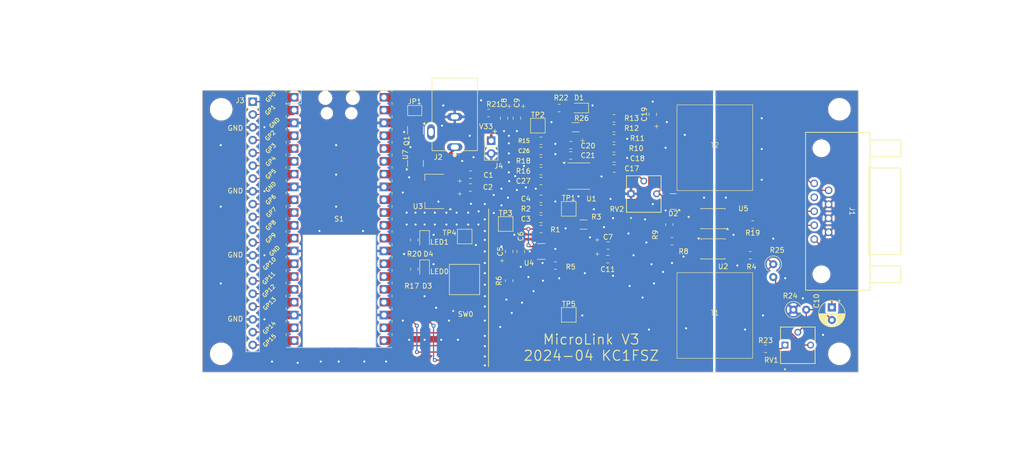
<source format=kicad_pcb>
(kicad_pcb (version 20240108) (generator "pcbnew") (generator_version "8.0")
  (title_block (title "MicroLink ") (date "2024-04-17") (rev "V3 R1") (company "Bruce MacKinnon KC1FSZ") (comment 1 "Copyright (C) 2024 - NOT FOR COMMERCIAL USE"))
  (layers (0 "F.Cu" signal) (31 "B.Cu" signal) (34 "B.Paste" user) (35 "F.Paste" user) (36 "B.SilkS" user "B.Silkscreen") (37 "F.SilkS" user "F.Silkscreen") (38 "B.Mask" user) (39 "F.Mask" user) (44 "Edge.Cuts" user))
  (net 0 "")
  (net 1 "+3.3VA")
  (net 2 "GNDA")
  (net 3 "Net-(C3-Pad1)")
  (net 4 "Net-(U1B--)")
  (net 5 "Net-(T1-SA)")
  (net 6 "Net-(C17-Pad1)")
  (net 7 "Net-(U1B-+)")
  (net 8 "Net-(C19-Pad1)")
  (net 9 "+5VA")
  (net 10 "/Audio Input/Vbias")
  (net 11 "Net-(C26-Pad1)")
  (net 12 "Net-(U1D--)")
  (net 13 "Net-(R13-Pad2)")
  (net 14 "Net-(U1A--)")
  (net 15 "Net-(D1-A)")
  (net 16 "RIG_GND")
  (net 17 "RIG_AF_IN")
  (net 18 "RIG_PTT")
  (net 19 "RIG_COS")
  (net 20 "SW0")
  (net 21 "Net-(U1C--)")
  (net 22 "GPIO_COS")
  (net 23 "GPIO_PTT")
  (net 24 "ADC0")
  (net 25 "Net-(J3-Pin_1)")
  (net 26 "Net-(U4-VOUT)")
  (net 27 "Net-(U1A-+)")
  (net 28 "Net-(R8-Pad2)")
  (net 29 "Net-(D3-A)")
  (net 30 "Net-(D4-A)")
  (net 31 "Net-(T1-AA)")
  (net 32 "Net-(D2-COM)")
  (net 33 "Net-(C10-Pad2)")
  (net 34 "RIG_AF_OUT+")
  (net 35 "RIG_AF_OUT-")
  (net 36 "Net-(S1-ADC_VREF)")
  (net 37 "LED0")
  (net 38 "Net-(R19-Pad2)")
  (net 39 "LED1")
  (net 40 "Net-(J3-Pin_2)")
  (net 41 "Net-(J3-Pin_4)")
  (net 42 "Net-(J3-Pin_5)")
  (net 43 "Net-(J3-Pin_6)")
  (net 44 "Net-(J3-Pin_7)")
  (net 45 "Net-(J3-Pin_9)")
  (net 46 "Net-(J3-Pin_10)")
  (net 47 "Net-(J3-Pin_11)")
  (net 48 "Net-(J3-Pin_12)")
  (net 49 "Net-(J3-Pin_14)")
  (net 50 "Net-(J3-Pin_15)")
  (net 51 "Net-(J3-Pin_16)")
  (net 52 "Net-(J3-Pin_17)")
  (net 53 "Net-(J3-Pin_19)")
  (net 54 "Net-(J3-Pin_20)")
  (net 55 "I2C0_SDA")
  (net 56 "I2C0_SCL")
  (net 58 "Net-(JP1-B)")
  (net 59 "Net-(Q1-G)")
  (net 60 "+3.3V")
  (net 61 "Net-(JP1-A)")
  (net 62 "Net-(R23-Pad2)")
  (net 63 "Net-(R25-Pad2)")
  (net 64 "Net-(C11-Pad1)")
  (net 66 "Net-(R15-Pad2)")
  (footprint "TestPoint:TestPoint_Pad_2.5x2.5mm" (layer "F.Cu") (at 153 51)
    (property "Reference" "TP2")
    (property "Value" "TestPoint")
  )
  (footprint "Package_TO_SOT_SMD:SOT-23" (layer "F.Cu") (at 179.828 66.04 180)
    (property "Reference" "D2")
    (property "Value" "BAT54S")
  )
  (footprint "bruce-footprints:CPOL_0805_2012Metric_Pad1.18x1.45mm_HandSolder" (layer "F.Cu") (at 139.636 63.25)
    (property "Reference" "C2")
    (property "Value" "10u")
  )
  (footprint "Resistor_SMD:R_0805_2012Metric_Pad1.20x1.40mm_HandSolder" (layer "F.Cu") (at 143.252 48.4925)
    (property "Reference" "R21")
    (property "Value" "4.7")
  )
  (footprint "Resistor_SMD:R_0805_2012Metric_Pad1.20x1.40mm_HandSolder" (layer "F.Cu") (at 147.316 81.75 -90)
    (property "Reference" "R6")
    (property "Value" "10k")
  )
  (footprint "Resistor_SMD:R_0805_2012Metric_Pad1.20x1.40mm_HandSolder" (layer "F.Cu") (at 153.614 60)
    (property "Reference" "R16")
    (property "Value" "2.7k")
  )
  (footprint "Jumper:SolderJumper-2_P1.3mm_Bridged_Pad1.0x1.5mm" (layer "F.Cu") (at 128.6 48)
    (property "Reference" "JP1")
    (property "Value" "SolderJumper_2_Bridged")
  )
  (footprint "bruce-footprints:CPOL_0805_2012Metric_Pad1.18x1.45mm_HandSolder" (layer "F.Cu") (at 139.636 60.71)
    (property "Reference" "C1")
    (property "Value" "10u")
  )
  (footprint "bruce-footprints:CPOL_0805_2012Metric_Pad1.18x1.45mm_HandSolder" (layer "F.Cu") (at 148.84 49.5085 -90)
    (property "Reference" "C9")
    (property "Value" "47u")
  )
  (footprint "Capacitor_THT:CP_Radial_D5.0mm_P2.50mm" (layer "F.Cu") (at 211.25 87.044888 -90)
    (property "Reference" "C10")
    (property "Value" "47u (Optional DC Block)")
  )
  (footprint "Resistor_SMD:R_0805_2012Metric_Pad1.20x1.40mm_HandSolder" (layer "F.Cu") (at 179.574 73.914)
    (property "Reference" "R8")
    (property "Value" "200")
  )
  (footprint "TestPoint:TestPoint_Pad_2.5x2.5mm" (layer "F.Cu") (at 138.5 73)
    (property "Reference" "TP4")
    (property "Value" "TestPoint")
  )
  (footprint "bruce-footprints:CONN_A-DF 09 A&slash_KG-T2S_ASM" (layer "F.Cu") (at 218.67665 67.98 -90)
    (property "Reference" "J1")
    (property "Value" "DE9_Receptacle")
  )
  (footprint "Resistor_SMD:R_0805_2012Metric_Pad1.20x1.40mm_HandSolder" (layer "F.Cu") (at 128.52 73.66 -90)
    (property "Reference" "R20")
    (property "Value" "220")
  )
  (footprint "Resistor_SMD:R_0805_2012Metric_Pad1.20x1.40mm_HandSolder" (layer "F.Cu") (at 156.5 78.75 180)
    (property "Reference" "R5")
    (property "Value" "10k")
  )
  (footprint "Resistor_SMD:R_1206_3216Metric_Pad1.30x1.75mm_HandSolder" (layer "F.Cu") (at 162.022 70.612)
    (property "Reference" "R3")
    (property "Value" "0R")
  )
  (footprint "Resistor_SMD:R_0805_2012Metric_Pad1.20x1.40mm_HandSolder" (layer "F.Cu") (at 198.116 95.25)
    (property "Reference" "R23")
    (property "Value" "0R")
  )
  (footprint "Capacitor_SMD:C_0805_2012Metric_Pad1.18x1.45mm_HandSolder" (layer "F.Cu") (at 149.602 75.946 90)
    (property "Reference" "C6")
    (property "Value" "0.1u")
  )
  (footprint "TestPoint:TestPoint_Pad_2.5x2.5mm" (layer "F.Cu") (at 159.114 67.5)
    (property "Reference" "TP1")
    (property "Value" "AF Out")
  )
  (footprint "Resistor_SMD:R_0805_2012Metric_Pad1.20x1.40mm_HandSolder" (layer "F.Cu") (at 153.614 54)
    (property "Reference" "R15")
    (property "Value" "1.5k")
  )
  (footprint "Resistor_SMD:R_1206_3216Metric_Pad1.30x1.75mm_HandSolder" (layer "F.Cu") (at 160.498 51.308 180)
    (property "Reference" "R26")
    (property "Value" "0R")
  )
  (footprint "Capacitor_SMD:C_0805_2012Metric_Pad1.18x1.45mm_HandSolder" (layer "F.Cu") (at 153.614 69.5)
    (property "Reference" "C3")
    (property "Value" "22n")
  )
  (footprint "Resistor_THT:R_Axial_DIN0309_L9.0mm_D3.2mm_P2.54mm_Vertical" (layer "F.Cu") (at 199.64 78.486 -90)
    (property "Reference" "R25")
    (property "Value" "33k")
  )
  (footprint "bruce-footprints:POT_3362P" (layer "F.Cu") (at 171.446 64.516)
    (property "Reference" "RV2")
    (property "Value" "10k")
  )
  (footprint "Resistor_SMD:R_0805_2012Metric_Pad1.20x1.40mm_HandSolder" (layer "F.Cu") (at 168.0765 51.5 180)
    (property "Reference" "R12")
    (property "Value" "2.2k")
  )
  (footprint "Capacitor_SMD:C_0805_2012Metric_Pad1.18x1.45mm_HandSolder" (layer "F.Cu") (at 159.508 56.896 180)
    (property "Reference" "C21")
    (property "Value" "0.1u")
  )
  (footprint "Resistor_SMD:R_0805_2012Metric_Pad1.20x1.40mm_HandSolder" (layer "F.Cu") (at 153.614 71.5 180)
    (property "Reference" "R1")
    (property "Value" "1.5k")
  )
  (footprint "MountingHole:MountingHole_4mm" (layer "F.Cu") (at 90.25 47.75)
    (property "Reference" "H3" (hide yes))
    (property "Value" "MountingHole")
  )
  (footprint "bruce-footprints:CPOL_0805_2012Metric_Pad1.18x1.45mm_HandSolder" (layer "F.Cu") (at 166.8525 77.47)
    (property "Reference" "C11")
    (property "Value" "47u")
  )
  (footprint "Capacitor_SMD:C_0805_2012Metric_Pad1.18x1.45mm_HandSolder" (layer "F.Cu") (at 153.614 62 180)
    (property "Reference" "C27")
    (property "Value" "10n")
  )
  (footprint "Capacitor_SMD:C_0805_2012Metric_Pad1.18x1.45mm_HandSolder" (layer "F.Cu") (at 168.114 59.5 180)
    (property "Reference" "C17")
    (property "Value" "1u")
  )
  (footprint "MountingHole:MountingHole_4mm" (layer "F.Cu") (at 212.75 47.75)
    (property "Reference" "H2" (hide yes))
    (property "Value" "MountingHole")
  )
  (footprint "Resistor_SMD:R_0805_2012Metric_Pad1.20x1.40mm_HandSolder" (layer "F.Cu") (at 168.0765 55.5 180)
    (property "Reference" "R10")
    (property "Value" "330k 1%")
  )
  (footprint "TestPoint:TestPoint_Pad_2.5x2.5mm" (layer "F.Cu") (at 159.127 88.519)
    (property "Reference" "TP5")
    (property "Value" "TestPoint")
  )
  (footprint "Connector_PinHeader_2.54mm:PinHeader_1x20_P2.54mm_Vertical" (layer "F.Cu") (at 96.5 46.24)
    (property "Reference" "J3")
    (property "Value" "Conn_01x20")
  )
  (footprint "bruce-footprints:CheapAudioTransformer" (layer "F.Cu") (at 188.058 88.646)
    (property "Reference" "T1")
    (property "Value" "Transformer_1P_1S")
  )
  (footprint "Package_TO_SOT_SMD:SOT-23" (layer "F.Cu") (at 128.75 58.5 90)
    (property "Reference" "U7")
    (property "Value" "LM4040DBZ-3")
  )
  (footprint "Resistor_SMD:R_0805_2012Metric_Pad1.20x1.40mm_HandSolder" (layer "F.Cu") (at 153.614 58 180)
    (property "Reference" "R18")
    (property "Value" "0R")
  )
  (footprint "MountingHole:MountingHole_4mm" (layer "F.Cu") (at 90.25 96.25)
    (property "Reference" "H4" (hide yes))
    (property "Value" "MountingHole")
  )
  (footprint "bruce-footprints:CPOL_0805_2012Metric_Pad1.18x1.45mm_HandSolder" (layer "F.Cu") (at 147.316 75.946 90)
    (property "Reference" "C5")
    (property "Value" "47u")
  )
  (footprint "Package_SO:SO-4_4.4x3.6mm_P2.54mm" (layer "F.Cu") (at 187.702 75.438)
    (property "Reference" "U2")
    (property "Value" "LTV-356T")
  )
  (footprint "MountingHole:MountingHole_4mm" (layer "F.Cu") (at 212.75 96.25)
    (property "Reference" "H1" (hide yes))
    (property "Value" "MountingHole")
  )
  (footprint "Package_SO:TSSOP-14_4.4x5mm_P0.65mm" (layer "F.Cu") (at 161.114 61)
    (property "Reference" "U1")
    (property "Value" "LMV324 (Actually LTV9161)")
  )
  (footprint "Resistor_SMD:R_0805_2012Metric_Pad1.20x1.40mm_HandSolder" (layer "F.Cu") (at 168.0765 49.53)
    (property "Reference" "R13")
    (property "Value" "2.2k")
  )
  (footprint "LED_SMD:LED_0805_2012Metric_Pad1.15x1.40mm_HandSolder" (layer "F.Cu") (at 161.181 47.498 180)
    (property "Reference" "D1")
    (property "Value" "Red")
  )
  (footprint "Resistor_SMD:R_0805_2012Metric_Pad1.20x1.40mm_HandSolder" (layer "F.Cu") (at 128.52 79.477 -90)
    (property "Reference" "R17")
    (property "Value" "220")
  )
  (footprint "bruce-footprints:CPOL_0805_2012Metric_Pad1.18x1.45mm_HandSolder" (layer "F.Cu") (at 159.508 54.864 180)
    (property "Reference" "C20")
    (property "Value" "47u")
  )
  (footprint "Resistor_SMD:R_0805_2012Metric_Pad1.20x1.40mm_HandSolder" (layer "F.Cu") (at 168.0765 53.5)
    (property "Reference" "R11")
    (property "Value" "270k 1%")
  )
  (footprint "Resistor_SMD:R_0805_2012Metric_Pad1.20x1.40mm_HandSolder" (layer "F.Cu") (at 153.614 67.5)
    (property "Reference" "R2")
    (property "Value" "2.7k")
  )
  (footprint "Resistor_SMD:R_0805_2012Metric_Pad1.20x1.40mm_HandSolder" (layer "F.Cu") (at 195.068 76.708 180)
    (property "Reference" "R4")
    (property "Value" "570")
  )
  (footprint "bruce-footprints:CPOL_0805_2012Metric_Pad1.18x1.45mm_HandSolder" (layer "F.Cu") (at 166.9025 74.77)
    (property "Reference" "C7")
    (property "Value" "47u")
  )
  (footprint "Package_TO_SOT_SMD:SOT-23-3" (layer "F.Cu") (at 128.75 51.8875 -90)
    (property "Reference" "Q1")
    (property "Value" "DMG2305UX-13")
  )
  (footprint "bruce-footprints:Power_5.5mm_CUI_PJ-102AH" (layer "F.Cu") (at 136.525 48.75 90)
    (property "Reference" "J2")
    (property "Value" "PJ-102AH")
  )
  (footprint "Capacitor_SMD:C_0805_2012Metric_Pad1.18x1.45mm_HandSolder" (layer "F.Cu") (at 153.614 65.5 180)
    (property "Reference" "C4")
    (property "Value" "10n")
  )
  (footprint "Resistor_SMD:R_0805_2012Metric_Pad1.20x1.40mm_HandSolder" (layer "F.Cu") (at 195.576 70.612 180)
    (property "Reference" "R19")
    (property "Value" "220")
  )
  (footprint "bruce-footprints:SW_TS04-66-55-BK-160-SMT" (layer "F.Cu") (at 138.462 81.512 90)
    (property "Reference" "SW0")
    (property "Value" "TS04-66-55-BK-160-SMT")
  )
  (footprint "bruce-footprints:CPOL_0805_2012Metric_Pad1.18x1.45mm_HandSolder" (layer "F.Cu") (at 175.764 48.7465 90)
    (property "Reference" "C19")
    (property "Value" "47u")
  )
  (footprint "Capacitor_SMD:C_0805_2012Metric_Pad1.18x1.45mm_HandSolder" (layer "F.Cu") (at 153.614 56)
    (property "Reference" "C26")
    (property "Value" "22n")
  )
  (footprint "Resistor_SMD:R_0805_2012Metric_Pad1.20x1.40mm_HandSolder" (layer "F.Cu") (at 157.206 47.498)
    (property "Reference" "R22")
    (property "Value" "220")
  )
  (footprint "bruce-footprints:CPOL_0805_2012Metric_Pad1.18x1.45mm_HandSolder" (layer "F.Cu") (at 146.3 49.5085 -90)
    (property "Reference" "C8")
    (property "Value" "47u")
  )
  (footprint "Package_TO_SOT_SMD:SOT-23-6" (layer "F.Cu") (at 153.664 75.946)
    (property "Reference" "U4")
    (property "Value" "MCP4725xxx-xCH")
  )
  (footprint "bruce-footprints:POT_3362P" (layer "F.Cu") (at 201.96 94.5174)
    (property "Reference" "RV1")
    (property "Value" "10k")
  )
  (footprint "TestPoint:TestPoint_Pad_2.5x2.5mm" (layer "F.Cu") (at 146.614 70.5)
    (property "Reference" "TP3")
    (property "Value" "TestPoint")
  )
  (footprint "Connector_PinHeader_2.54mm:PinHeader_1x02_P2.54mm_Vertical" (layer "F.Cu") (at 143.75 53.975)
    (property "Reference" "J4")
    (property "Value" "Conn_01x02")
  )
  (footprint "Package_TO_SOT_SMD:SOT-223-3_TabPin2" (layer "F.Cu") (at 132.524 64.04 180)
    (property "Reference" "U3")
    (property "Value" "NCP1117-3.3_SOT223")
  )
  (footprint "Capacitor_SMD:C_0805_2012Metric_Pad1.18x1.45mm_HandSolder" (layer "F.Cu") (at 168.0765 57.5)
    (property "Reference" "C18")
    (property "Value" "0.1u")
  )
  (footprint "Resistor_THT:R_Axial_DIN0309_L9.0mm_D3.2mm_P2.54mm_Vertical" (layer "F.Cu") (at 203.63 87.5)
    (property "Reference" "R24")
    (property "Value" "1k")
  )
  (footprint "Resistor_SMD:R_0805_2012Metric_Pad1.20x1.40mm_HandSolder" (layer "F.Cu") (at 179.066 70.612 -90)
    (property "Reference" "R9")
    (property "Value" "1k")
  )
  (footprint "LED_SMD:LED_0805_2012Metric_Pad1.15x1.40mm_HandSolder" (layer "F.Cu") (at 130.552 73.66 -90)
    (property "Reference" "D4")
    (property "Value" "Green")
  )
  (footprint "bruce-footprints:CheapAudioTransformer" (layer "F.Cu") (at 188.058 55.372)
    (property "Reference" "T2")
    (property "Value" "Transformer_1P_1S")
  )
  (footprint "Package_SO:SO-4_4.4x3.6mm_P2.54mm" (layer "F.Cu") (at 187.702 69.438 180)
    (property "Reference" "U5")
    (property "Value" "LTV-356T")
  )
  (footprint "LED_SMD:LED_0805_2012Metric_Pad1.15x1.40mm_HandSolder" (layer "F.Cu") (at 130.552 79.493 -90)
    (property "Reference" "D3")
    (property "Value" "Blue")
  )
  (footprint "bruce-footprints:RPi_PicoW_SMD_TH" (layer "F.Cu") (at 113.61 69.5)
    (property "Reference" "S1")
    (property "Value" "~")
  )
  (gr_line (start 143.25 67.5) (end 143.214 98.806) (stroke (width 0.15)) (layer "F.SilkS"))
  (gr_rect (start 106.422 72.648) (end 120.9 95) (stroke (width 0.1)) (fill none) (layer "Edge.Cuts"))
  (gr_rect (start 86.5 44) (end 216.5 100) (stroke (width 0.1)) (fill none) (layer "Edge.Cuts"))
  (gr_text "GND" (at 91.436 52.07 0) (layer "F.SilkS") (effects (font (size 1 1)) (justify left bottom)))
  (gr_text "GND" (at 91.436 77.216 0) (layer "F.SilkS") (effects (font (size 1 1)) (justify left bottom)))
  (gr_text "GND" (at 91.436 64.516 0) (layer "F.SilkS") (effects (font (size 1 1)) (justify left bottom)))
  (gr_text "LED0" (at 131.568 80.518 0) (layer "F.SilkS") (effects (font (size 1 1)) (justify left bottom)))
  (gr_text "LED1" (at 131.568 74.66 0) (layer "F.SilkS") (effects (font (size 1 1)) (justify left bottom)))
  (gr_text "+" (at 143.75 52.645 0) (layer "F.SilkS") (effects (font (size 1 1)) (justify left bottom)))
  (gr_text "GND" (at 91.436 89.916 0) (layer "F.SilkS") (effects (font (size 1 1)) (justify left bottom)))
  (gr_text "MicroLink V3\n2024-04 KC1FSZ" (at 163.572 97.79 0) (layer "F.SilkS") (effects (font (size 2 2) (thickness 0.2)) (justify bottom)))
  (gr_text "V33" (at 141.25 51.75 0) (layer "F.SilkS") (effects (font (size 1 1)) (justify left bottom)))
  (segment (start 146.2785 48.4925) (end 146.3 48.471) (width 0.5) (layer "F.Cu") (net 1))
  (segment (start 144.815 73.875) (end 144.815 76.747) (width 0.5) (layer "F.Cu") (net 1))
  (segment (start 160.484 61) (end 160.5455 60.9385) (width 0.5) (layer "F.Cu") (net 1))
  (segment (start 169.982082 55.5) (end 175.1091 60.627018) (width 0.5) (layer "F.Cu") (net 1))
  (segment (start 146.017082 73.445) (end 145.245 73.445) (width 0.5) (layer "F.Cu") (net 1))
  (segment (start 158.309878 48.648) (end 157.356 48.648) (width 0.5) (layer "F.Cu") (net 1))
  (segment (start 175.1091 60.627018) (end 175.1091 63.0991) (width 0.5) (layer "F.Cu") (net 1))
  (segment (start 172.4222 65.786) (end 170.176 65.786) (width 0.5) (layer "F.Cu") (net 1))
  (segment (start 172.4222 65.786) (end 176.0502 69.414) (width 0.5) (layer "F.Cu") (net 1))
  (segment (start 148.84 48.471) (end 154.1525 48.471) (width 0.5) (layer "F.Cu") (net 1))
  (segment (start 146.105082 73.533) (end 146.017082 73.445) (width 0.5) (layer "F.Cu") (net 1))
  (segment (start 160.5455 60.9385) (end 160.5455 54.864) (width 0.5) (layer "F.Cu") (net 1))
  (segment (start 157.5 76.684) (end 157.984 76.2) (width 0.5) (layer "F.Cu") (net 1))
  (segment (start 160.5455 54.864) (end 160.5455 50.883622) (width 0.5) (layer "F.Cu") (net 1))
  (segment (start 157.356 48.648) (end 156.206 47.498) (width 0.5) (layer "F.Cu") (net 1))
  (segment (start 179.066 69.612) (end 180.888 69.612) (width 0.5) (layer "F.Cu") (net 1))
  (segment (start 158.2515 61) (end 160.016 61) (width 0.5) (layer "F.Cu") (net 1))
  (segment (start 183.196 65.09) (end 180.9655 65.09) (width 0.5) (layer "F.Cu") (net 1))
  (segment (start 176.0502 69.414) (end 178.574 69.414) (width 0.5) (layer "F.Cu") (net 1))
  (segment (start 175.1091 63.0991) (end 172.4222 65.786) (width 0.5) (layer "F.Cu") (net 1))
  (segment (start 183.384 65.278) (end 183.196 65.09) (width 0.5) (layer "F.Cu") (net 1))
  (segment (start 160.016 61) (end 160.484 61) (width 0.5) (layer "F.Cu") (net 1))
  (segment (start 145.245 73.445) (end 144.815 73.875) (width 0.5) (layer "F.Cu") (net 1))
  (segment (start 154.1525 48.471) (end 155.1255 47.498) (width 0.5) (layer "F.Cu") (net 1))
  (segment (start 170.176 65.786) (end 168.398 64.008) (width 0.5) (layer "F.Cu") (net 1))
  (segment (start 147.316 80.75) (end 147.316 77.06) (width 0.5) (layer "F.Cu") (net 1))
  (segment (start 146.3 48.471) (end 148.84 48.471) (width 0.5) (layer "F.Cu") (net 1))
  (segment (start 163.024 64.008) (end 168.398 64.008) (width 0.5) (layer "F.Cu") (net 1))
  (segment (start 169.0765 55.5) (end 169.982082 55.5) (width 0.5) (layer "F.Cu") (net 1))
  (segment (start 145.128 77.06) (end 147.316 77.06) (width 0.5) (layer "F.Cu") (net 1))
  (segment (start 184.146 66.354) (end 184.146 65.278) (width 0.5) (layer "F.Cu") (net 1))
  (segment (start 159.821106 73.533) (end 146.105082 73.533) (width 0.5) (layer "F.Cu") (net 1))
  (segment (start 157.984 76.2) (end 157.984 75.370106) (width 0.5) (layer "F.Cu") (net 1))
  (segment (start 162.028 63.012) (end 162.028 71.326106) (width 0.5) (layer "F.Cu") (net 1))
  (segment (start 163.024 64.008) (end 162.028 63.012) (width 0.5) (layer "F.Cu") (net 1))
  (segment (start 144.252 48.4925) (end 146.2785 48.4925) (width 0.5) (layer "F.Cu") (net 1))
  (segment (start 160.5455 59.443499) (end 160.5455 56.896) (width 0) (layer "F.Cu") (net 1))
  (segment (start 157.984 75.370106) (end 159.821106 73.533) (width 0.5) (layer "F.Cu") (net 1))
  (segment (start 180.888 69.612) (end 184.146 66.354) (width 0.5) (layer "F.Cu") (net 1))
  (segment (start 149.602 76.9835) (end 147.316 76.9835) (width 0.5) (layer "F.Cu") (net 1))
  (segment (start 155.1255 47.498) (end 156.206 47.498) (width 0.5) (layer "F.Cu") (net 1))
  (segment (start 162.028 63.012) (end 160.016 61) (width 0.5) (layer "F.Cu") (net 1))
  (segment (start 149.602 76.9835) (end 152.439 76.9835) (width 0.5) (layer "F.Cu") (net 1))
  (segment (start 162.028 71.326106) (end 159.821106 73.533) (width 0.5) (layer "F.Cu") (net 1))
  (segment (start 184.146 65.278) (end 183.384 65.278) (width 0.5) (layer "F.Cu") (net 1))
  (segment (start 144.815 76.747) (end 145.128 77.06) (width 0.5) (layer "F.Cu") (net 1))
  (segment (start 152.439 76.9835) (end 152.5265 76.896) (width 0.5) (layer "F.Cu") (net 1))
  (segment (start 160.5455 50.883622) (end 158.309878 48.648) (width 0.5) (layer "F.Cu") (net 1))
  (segment (start 157.5 78.75) (end 157.5 76.684) (width 0.5) (layer "F.Cu") (net 1))
  (segment (start 158.14 54.61) (end 158.394 54.864) (width 0.25) (layer "F.Cu") (net 2))
  (segment (start 140.712 86.062) (end 140.712 76.962) (width 0.25) (layer "F.Cu") (net 2))
  (segment (start 154.8015 74.996) (end 156.018 74.996) (width 0.25) (layer "F.Cu") (net 2))
  (segment (start 158.2165 56.642) (end 158.4705 56.896) (width 0.25) (layer "F.Cu") (net 2))
  (segment (start 146.3 50.6225) (end 148.84 50.6225) (width 0.25) (layer "F.Cu") (net 2))
  (segment (start 151.38 75.946) (end 150.6395 75.946) (width 0.25) (layer "F.Cu") (net 2))
  (segment (start 127.8875 61.25) (end 127.5 61.25) (width 0.25) (layer "F.Cu") (net 2))
  (segment (start 163.9765 61.65) (end 163.9765 61) (width 0.25) (layer "F.Cu") (net 2))
  (segment (start 165.614 61) (end 165.614 61.075) (width 0.25) (layer "F.Cu") (net 2))
  (segment (start 152.5765 62) (end 152.5765 65.5) (width 0.25) (layer "F.Cu") (net 2))
  (segment (start 150.6395 75.946) (end 149.602 74.9085) (width 0.25) (layer "F.Cu") (net 2))
  (segment (start 149.5255 74.832) (end 149.602 74.9085) (width 0.25) (layer "F.Cu") (net 2))
  (segment (start 169.0765 53.5) (end 169.114 53.5) (width 0.25) (layer "F.Cu") (net 2))
  (segment (start 140.75 63.25) (end 140.75 60.71) (width 0.25) (layer "F.Cu") (net 2))
  (segment (start 129.7 59.4375) (end 127.8875 61.25) (width 0.25) (layer "F.Cu") (net 2))
  (segment (start 163.9765 61) (end 165.614 61) (width 0.25) (layer "F.Cu") (net 2))
  (segment (start 151.38 75.946) (end 152.5265 75.946) (width 0.25) (layer "F.Cu") (net 2))
  (segment (start 169.114 57.5) (end 169.614 57.5) (width 0.25) (layer "F.Cu") (net 2))
  (segment (start 156.018 74.996) (end 156.46 75.438) (width 0.25) (layer "F.Cu") (net 2))
  (via (at 170.684 53.594) (size 0.8) (drill 0.4) (layers "F.Cu" "B.Cu") (net 2))
  (via (at 145.792 63.5) (size 0.8) (drill 0.4) (layers "F.Cu" "B.Cu") (net 2))
  (via (at 148.84 63.754) (size 0.8) (drill 0.4) (layers "F.Cu" "B.Cu") (net 2))
  (via (at 122.932 97.79) (size 0.8) (drill 0.4) (layers "F.Cu" "B.Cu") (net 2))
  (via (at 130.552 93.472) (size 0.8) (drill 0.4) (layers "F.Cu" "B.Cu") (net 2))
  (via (at 130.552 70.612) (size 0.8) (drill 0.4) (layers "F.Cu" "B.Cu") (net 2))
  (via (at 139.188 68.25) (size 0.8) (drill 0.4) (layers "F.Cu" "B.Cu") (net 2))
  (via (at 137.156 93.472) (size 0.8) (drill 0.4) (layers "F.Cu" "B.Cu") (net 2))
  (via (at 156.46 56.642) (size 0.8) (drill 0.4) (layers "F.Cu" "B.Cu") (net 2))
  (via (at 158.492 71.374) (size 0.8) (drill 0.4) (layers "F.Cu" "B.Cu") (net 2))
  (via (at 157.222 81.28) (size 0.8) (drill 0.4) (layers "F.Cu" "B.Cu") (net 2))
  (via (at 142.49 98.552) (size 0.8) (drill 0.4) (layers "F.Cu" "B.Cu") (net 2))
  (via (at 163.826 46.99) (size 0.8) (drill 0.4) (layers "F.Cu" "B.Cu") (net 2))
  (via (at 170.684 57.404) (size 0.8) (drill 0.4) (layers "F.Cu" "B.Cu") (net 2))
  (via (at 134 51) (size 0.8) (drill 0.4) (layers "F.Cu" "B.Cu") (net 2))
  (via (at 161.032 65.024) (size 0.8) (drill 0.4) (layers "F.Cu" "B.Cu") (net 2))
  (via (at 136.902 70.612) (size 0.8) (drill 0.4) (layers "F.Cu" "B.Cu") (net 2))
  (via (at 156.46 75.438) (size 0.8) (drill 0.4) (layers "F.Cu" "B.Cu") (net 2))
  (via (at 140.25 57.25) (size 0.8) (drill 0.4) (layers "F.Cu" "B.Cu") (net 2))
  (via (at 144.25 64.75) (size 0.8) (drill 0.4) (layers "F.Cu" "B.Cu") (net 2))
  (via (at 142.49 82.55) (size 0.8) (drill 0.4) (layers "F.Cu" "B.Cu") (net 2))
  (via (at 145.792 74.93) (size 0.8) (drill 0.4) (layers "F.Cu" "B.Cu") (net 2))
  (via (at 118.614 97.79) (size 0.8) (drill 0.4) (layers "F.Cu" "B.Cu") (net 2))
  (via (at 126.234 89.662) (size 0.8) (drill 0.4) (layers "F.Cu" "B.Cu") (net 2))
  (via (at 142.49 86.868) (size 0.8) (drill 0.4) (layers "F.Cu" "B.Cu") (net 2))
  (via (at 126.996 70.612) (size 0.8) (drill 0.4) (layers "F.Cu" "B.Cu") (net 2))
  (via (at 161.794 88.646) (size 0.8) (drill 0.4) (layers "F.Cu" "B.Cu") (net 2))
  (via (at 132.838 87.122) (size 0.8) (drill 0.4) (layers "F.Cu" "B.Cu") (net 2))
  (via (at 100.326 97.79) (size 0.8) (drill 0.4) (layers "F.Cu" "B.Cu") (net 2))
  (via (at 132.584 70.612) (size 0.8) (drill 0.4) (layers "F.Cu" "B.Cu") (net 2))
  (via (at 163.318 73.152) (size 0.8) (drill 0.4) (layers "F.Cu" "B.Cu") (net 2))
  (via (at 140.712 74.676) (size 0.8) (drill 0.4) (layers "F.Cu" "B.Cu") (net 2))
  (via (at 145.792 66.802) (size 0.8) (drill 0.4) (layers "F.Cu" "B.Cu") (net 2))
  (via (at 113.026 54.864) (size 0.8) (drill 0.4) (layers "F.Cu" "B.Cu") (net 2))
  (via (at 175.51 78.486) (size 0.8) (drill 0.4) (layers "F.Cu" "B.Cu") (net 2))
  (via (at 128.75 68.25) (size 0.8) (drill 0.4) (layers "F.Cu" "B.Cu") (net 2))
  (via (at 173.732 85.09) (size 0.8) (drill 0.4) (layers "F.Cu" "B.Cu") (net 2))
  (via (at 142.49 71.882) (size 0.8) (drill 0.4) (layers "F.Cu" "B.Cu") (net 2))
  (via (at 98.826 51.308) (size 0.8) (drill 0.4) (layers "F.Cu" "B.Cu") (net 2))
  (via (at 170.938 72.39) (size 0.8) (drill 0.4) (layers "F.Cu" "B.Cu") (net 2))
  (via (at 175.764 66.548) (size 0.8) (drill 0.4) (layers "F.Cu" "B.Cu") (net 2))
  (via (at 132.33 78.477) (size 0.8) (drill 0.4) (layers "F.Cu" "B.Cu") (net 2))
  (via (at 182.368 91.186) (size 0.8) (drill 0.4) (layers "F.Cu" "B.Cu") (net 2))
  (via (at 148.5 61) (size 0.8) (drill 0.4) (layers "F.Cu" "B.Cu") (net 2))
  (via (at 167.89 69.342) (size 0.8) (drill 0.4) (layers "F.Cu" "B.Cu") (net 2))
  (via (at 181.86 76.962) (size 0.8) (drill 0.4) (layers "F.Cu" "B.Cu") (net 2))
  (via (at 142.49 92.71) (size 0.8) (drill 0.4) (layers "F.Cu" "B.Cu") (net 2))
  (via (at 156.46 54.61) (size 0.8) (drill 0.4) (layers "F.Cu" "B.Cu") (net 2))
  (via (at 167.89 80.772) (size 0.8) (drill 0.4) (layers "F.Cu" "B.Cu") (net 2))
  (via (at 118.36 71.882) (size 0.8) (drill 0.4) (layers "F.Cu" "B.Cu") (net 2))
  (via (at 148.332 72.644) (size 0.8) (drill 0.4) (layers "F.Cu" "B.Cu") (net 2))
  (via (at 109.978 97.79) (size 0.8) (drill 0.4) (layers "F.Cu" "B.Cu") (net 2))
  (via (at 162.302 80.264) (size 0.8) (drill 0.4) (layers "F.Cu" "B.Cu") (net 2))
  (via (at 146.3 52.07) (size 0.8) (drill 0.4) (layers "F.Cu" "B.Cu") (net 2))
  (via (at 141.75 45.974) (size 0.8) (drill 0.4) (layers "F.Cu" "B.Cu") (net 2))
  (via (at 109.724 71.882) (size 0.8) (drill 0.4) (layers "F.Cu" "B.Cu") (net 2))
  (via (at 175.764 46.228) (size 0.8) (drill 0.4) (layers "F.Cu" "B.Cu") (net 2))
  (via (at 182.114 52.832) (size 0.8) (drill 0.4) (layers "F.Cu" "B.Cu") (net 2))
  (via (at 166.112 71.12) (size 0.8) (drill 0.4) (layers "F.Cu" "B.Cu") (net 2))
  (via (at 128.774 70.612) (size 0.8) (drill 0.4) (layers "F.Cu" "B.Cu") (net 2))
  (via (at 147.062 65.278) (size 0.8) (drill 0.4) (layers "F.Cu" "B.Cu") (net 2))
  (via (at 165.614 61.075) (size 0.8) (drill 0.4) (layers "F.Cu" "B.Cu") (net 2))
  (via (at 156.46 66.04) (size 0.8) (drill 0.4) (layers "F.Cu" "B.Cu") (net 2))
  (via (at 149.602 78.994) (size 0.8) (drill 0.4) (layers "F.Cu" "B.Cu") (net 2))
  (via (at 148.84 52.07) (size 0.8) (drill 0.4) (layers "F.Cu" "B.Cu") (net 2))
  (via (at 182.876 69.088) (size 0.8) (drill 0.4) (layers "F.Cu" "B.Cu") (net 2))
  (via (at 142.49 73.66) (size 0.8) (drill 0.4) (layers "F.Cu" "B.Cu") (net 2))
  (via (at 177.796 80.01) (size 0.8) (drill 0.4) (layers "F.Cu" "B.Cu") (net 2))
  (via (at 152.5765 63.5) (size 0.8) (drill 0.4) (layers "F.Cu" "B.Cu") (net 2))
  (via (at 151.126 81.026) (size 0.8) (drill 0.4) (layers "F.Cu" "B.Cu") (net 2))
  (via (at 134.87 68.25) (size 0.8) (drill 0.4) (layers "F.Cu" "B.Cu") (net 2))
  (via (at 174.24 69.596) (size 0.8) (drill 0.4) (layers "F.Cu" "B.Cu") (net 2))
  (via (at 152.142 83.82) (size 0.8) (drill 0.4) (layers "F.Cu" "B.Cu") (net 2))
  (via (at 150.618 63.246) (size 0.8) (drill 0.4) (layers "F.Cu" "B.Cu") (net 2))
  (via (at 130.552 84.836) (size 0.8) (drill 0.4) (layers "F.Cu" "B.Cu") (net 2))
  (via (at 185.924 65.278) (size 0.8) (drill 0.4) (layers "F.Cu" "B.Cu") (net 2))
  (via (at 90.166 54.864) (size 0.8) (drill 0.4) (layers "F.Cu" "B.Cu") (net 2))
  (via (at 113.534 97.79) (size 0.8) (drill 0.4) (layers "F.Cu" "B.Cu") (net 2))
  (via (at 134.25 47) (size 0.8) (drill 0.4) (layers "F.Cu" "B.Cu") (net 2))
  (via (at 105.406 98.044) (size 0.8) (drill 0.4) (layers "F.Cu" "B.Cu") (net 2))
  (via (at 142.49 89.662) (size 0.8) (drill 0.4) (layers "F.Cu" "B.Cu") (net 2))
  (via (at 126.996 68.25) (size 0.8) (drill 0.4) (layers "F.Cu" "B.Cu") (net 2))
  (via (at 141.22 70.612) (size 0.8) (drill 0.4) (layers "F.Cu" "B.Cu") (net 2))
  (via (at 178.304 67.818) (size 0.8) (drill 0.4) (layers "F.Cu" "B.Cu") (net 2))
  (via (at 139.188 70.612) (size 0.8) (drill 0.4) (layers "F.Cu" "B.Cu") (net 2))
  (via (at 139.75 66.5) (size 0.8) (drill 0.4) (layers "F.Cu" "B.Cu") (net 2))
  (via (at 142.49 96.774) (size 0.8) (drill 0.4) (layers "F.Cu" "B.Cu") (net 2))
  (via (at 146.75 85.5) (size 0.8) (drill 0.4) (layers "F.Cu" "B.Cu") (net 2))
  (via (at 141.25 68) (size 0.8) (drill 0.4) (layers "F.Cu" "B.Cu") (net 2))
  (via (at 147.25 53) (size 0.8) (drill 0.4) (layers "F.Cu" "B.Cu") (net 2))
  (via (at 178.558 50.292) (size 0.8) (drill 0.4) (layers "F.Cu" "B.Cu") (net 2))
  (via (at 155.698 50.292) (size 0.8) (drill 0.4) (layers "F.Cu" "B.Cu") (net 2))
  (via (at 149.856 86.106) (size 0.8) (drill 0.4) (layers "F.Cu" "B.Cu") (net 2))
  (via (at 142.49 80.264) (size 0.8) (drill 0.4) (layers "F.Cu" "B.Cu") (net 2))
  (via (at 127.75 55.25) (size 0.8) (drill 0.4) (layers "F.Cu" "B.Cu") (net 2))
  (via (at 135.378 89.662) (size 0.8) (drill 0.4) (layers "F.Cu" "B.Cu") (net 2))
  (via (at 90.166 67.056) (size 0.8) (drill 0.4) (layers "F.Cu" "B.Cu") (net 2))
  (via (at 147.824 88.138) (size 0.8) (drill 0.4) (layers "F.Cu" "B.Cu") (net 2))
  (via (at 167.382 65.532) (size 0.8) (drill 0.4) (layers "F.Cu" "B.Cu") (net 2))
  (via (at 174.494 74.168) (size 0.8) (drill 0.4) (layers "F.Cu" "B.Cu") (net 2))
  (via (at 171.954 76.708) (size 0.8) (drill 0.4) (layers "F.Cu" "B.Cu") (net 2))
  (via (at 145.538 90.932) (size 0.8) (drill 0.4) (layers "F.Cu" "B.Cu") (net 2))
  (via (at 127.504 93.472) (size 0.8) (drill 0.4) (layers "F.Cu" "B.Cu") (net 2))
  (via (at 98.826 89.408) (size 0.8) (drill 0.4) (layers "F.Cu" "B.Cu") (net 2))
  (via (at 132.584 68.25) (size 0.8) (drill 0.4) (layers "F.Cu" "B.Cu") (net 2))
  (via (at 178.304 55.372) (size 0.8) (drill 0.4) (layers "F.Cu" "B.Cu") (net 2))
  (via (at 138 58) (size 0.8) (drill 0.4) (layers "F.Cu" "B.Cu") (net 2))
  (via (at 144.268 68.326) (size 0.8) (drill 0.4) (layers "F.Cu" "B.Cu") (net 2))
  (via (at 154 81.75) (size 0.8) (drill 0.4) (layers "F.Cu" "B.Cu") (net 2))
  (via (at 98.826 64.008) (size 0.8) (drill 0.4) (layers "F.Cu" "B.Cu") (net 2))
  (via (at 130.552 68.25) (size 0.8) (drill 0.4) (layers "F.Cu" "B.Cu") (net 2))
  (via (at 142.49 66.548) (size 0.8) (drill 0.4) (layers "F.Cu" "B.Cu") (net 2))
  (via (at 171.192 82.804) (size 0.8) (drill 0.4) (layers "F.Cu" "B.Cu") (net 2))
  (via (at 179.574 78.232) (size 0.8) (drill 0.4) (layers "F.Cu" "B.Cu") (net 2))
  (via (at 142.49 75.946) (size 0.8) (drill 0.4) (layers "F.Cu" "B.Cu") (net 2))
  (via (at 126.5 52.25) (size 0.8) (drill 0.4) (layers "F.Cu" "B.Cu") (net 2))
  (via (at 132.33 72.644) (size 0.8) (drill 0.4) (layers "F.Cu" "B.Cu") (net 2))
  (via (at 176.018 82.296) (size 0.8) (drill 0.4) (layers "F.Cu" "B.Cu") (net 2))
  (via (at 142.49 94.742) (size 0.8) (drill 0.4) (layers "F.Cu" "B.Cu") (net 2))
  (via (at 147.25 56.5) (size 0.8) (drill 0.4) (layers "F.Cu" "B.Cu") (net 2))
  (via (at 113.026 60.706) (size 0.8) (drill 0.4) (layers "F.Cu" "B.Cu") (net 2))
  (via (at 133.854 93.472) (size 0.8) (drill 0.4) (layers "F.Cu" "B.Cu") (net 2))
  (via (at 151.38 75.946) (size 0.8) (drill 0.4) (layers "F.Cu" "B.Cu") (net 2))
  (via (at 126.234 64.262) (size 0.8) (drill 0.4) (layers "F.Cu" "B.Cu") (net 2))
  (via (at 150.25 59) (size 0.8) (drill 0.4) (layers "F.Cu" "B.Cu") (net 2))
  (via (at 90.166 82.296) (size 0.8) (drill 0.4) (layers "F.Cu" "B.Cu") (net 2))
  (via (at 147.25 60.25) (size 0.8) (drill 0.4) (layers "F.Cu" "B.Cu") (net 2))
  (via (at 113.026 67.056) (size 0.8) (drill 0.4) (layers "F.Cu" "B.Cu") (net 2))
  (via (at 142.49 84.836) (size 0.8) (drill 0.4) (layers "F.Cu" "B.Cu") (net 2))
  (via (at 98.826 76.708) (size 0.8) (drill 0.4) (layers "F.Cu" "B.Cu") (net 2))
  (via (at 142.49 69.596) (size 0.8) (drill 0.4) (layers "F.Cu" "B.Cu") (net 2))
  (via (at 134.87 70.612) (size 0.8) (drill 0.4) (layers "F.Cu" "B.Cu") (net 2))
  (via (at 147.25 54.5) (size 0.8) (drill 0.4) (layers "F.Cu" "B.Cu") (net 2))
  (via (at 127.5 61.25) (size 0.8) (drill 0.4) (layers "F.Cu" "B.Cu") (net 2))
  (via (at 133.291 66.072) (size 0.8) (drill 0.4) (layers "F.Cu" "B.Cu") (net 2))
  (via (at 136.902 68.25) (size 0.8) (drill 0.4) (layers "F.Cu" "B.Cu") (net 2))
  (via (at 147.25 58.25) (size 0.8) (drill 0.4) (layers "F.Cu" "B.Cu") (net 2))
  (via (at 126.488 76.454) (size 0.8) (drill 0.4) (layers "F.Cu" "B.Cu") (net 2))
  (via (at 175.002 91.44) (size 0.8) (drill 0.4) (layers "F.Cu" "B.Cu") (net 2))
  (via (at 147.316 62) (size 0.8) (drill 0.4) (layers "F.Cu" "B.Cu") (net 2))
  (via (at 142.49 78.232) (size 0.8) (drill 0.4) (layers "F.Cu" "B.Cu") (net 2))
  (via (at 153.92 78.232) (size 0.8) (drill 0.4) (layers "F.Cu" "B.Cu") (net 2))
  (via (at 139.5 53) (size 0.8) (drill 0.4) (layers "F.Cu" "B.Cu") (net 2))
  (via (at 164.08 67.564) (size 0.8) (drill 0.4) (layers "F.Cu" "B.Cu") (net 2))
  (segment (start 152.5765 67.5375) (end 152.614 67.5) (width 0.25) (layer "F.Cu") (net 3))
  (segment (start 152.5765 69.5) (end 152.614 69.5) (width 0.25) (layer "F.Cu") (net 3))
  (segment (start 152.5765 69.5) (end 152.5765 67.5375) (width 0.25) (layer "F.Cu") (net 3))
  (segment (start 152.614 69.5) (end 154.614 71.5) (width 0.25) (layer "F.Cu") (net 3))
  (segment (start 157.114 69.5) (end 159.114 67.5) (width 0.25) (layer "F.Cu") (net 4))
  (segment (start 159.114 63.8125) (end 158.2515 62.95) (width 0.25) (layer "F.Cu") (net 4))
  (segment (start 158.2515 62.95) (end 158.2515 62.3) (width 0.25) (layer "F.Cu") (net 4))
  (segment (start 154.6515 69.5) (end 157.114 69.5) (width 0.25) (layer "F.Cu") (net 4))
  (segment (start 159.114 67.5) (end 159.114 69.254) (width 0.25) (layer "F.Cu") (net 4))
  (segment (start 159.114 67.5) (end 159.114 63.8125) (width 0.25) (layer "F.Cu") (net 4))
  (segment (start 159.114 69.254) (end 160.472 70.612) (width 0.25) (layer "F.Cu") (net 4))
  (segment (start 197.558 86.106) (end 197.558 80.568) (width 0.25) (layer "F.Cu") (net 5))
  (segment (start 196.068 76.708) (end 197.862 76.708) (width 0.25) (layer "F.Cu") (net 5))
  (segment (start 197.862 76.708) (end 199.64 78.486) (width 0.25) (layer "F.Cu") (net 5))
  (segment (start 197.558 80.568) (end 199.64 78.486) (width 0.25) (layer "F.Cu") (net 5))
  (segment (start 169.1515 59.5) (end 171.51 59.5) (width 0.25) (layer "F.Cu") (net 6))
  (segment (start 171.51 59.5) (end 173.986 61.976) (width 0.25) (layer "F.Cu") (net 6))
  (segment (start 154.6515 64.512501) (end 154.6515 65.5) (width 0.25) (layer "F.Cu") (net 7))
  (segment (start 154.6515 65.5) (end 154.6515 67.4625) (width 0.25) (layer "F.Cu") (net 7))
  (segment (start 158.2515 61.65) (end 157.514001 61.65) (width 0.25) (layer "F.Cu") (net 7))
  (segment (start 157.514001 61.65) (end 154.6515 64.512501) (width 0.25) (layer "F.Cu") (net 7))
  (segment (start 154.6515 67.4625) (end 154.614 67.5) (width 0.25) (layer "F.Cu") (net 7))
  (segment (start 175.614 51.5) (end 175.764 51.35) (width 0.25) (layer "F.Cu") (net 8))
  (segment (start 175.764 51.35) (end 175.764 49.784) (width 0.25) (layer "F.Cu") (net 8))
  (segment (start 169.0765 51.5) (end 175.614 51.5) (width 0.25) (layer "F.Cu") (net 8))
  (segment (start 135.674 61.74) (end 135.674 56.451) (width 0.5) (layer "F.Cu") (net 9))
  (segment (start 137.492 61.74) (end 138.522 60.71) (width 0.5) (layer "F.Cu") (net 9))
  (segment (start 135.674 56.451) (end 136.525 55.6) (width 0.5) (layer "F.Cu") (net 9))
  (segment (start 135.674 61.74) (end 137.492 61.74) (width 0.5) (layer "F.Cu") (net 9))
  (segment (start 167.0765 57.5375) (end 167.039 57.5) (width 0.25) (layer "F.Cu") (net 10))
  (segment (start 167.0765 53.5) (end 167.0765 55.5) (width 0.25) (layer "F.Cu") (net 10))
  (segment (start 163.9765 60.35) (end 166.2265 60.35) (width 0.25) (layer "F.Cu") (net 10))
  (segment (start 167.039 55.5375) (end 167.0765 55.5) (width 0.25) (layer "F.Cu") (net 10))
  (segment (start 166.2265 60.35) (end 167.0765 59.5) (width 0.25) (layer "F.Cu") (net 10))
  (segment (start 167.0765 59.5) (end 167.0765 57.5375) (width 0.25) (layer "F.Cu") (net 10))
  (segment (start 167.039 57.5) (end 167.039 55.5375) (width 0.25) (layer "F.Cu") (net 10))
  (segment (start 152.614 55.9625) (end 152.5765 56) (width 0.25) (layer "F.Cu") (net 11))
  (segment (start 153.614 59) (end 153.614 57.0375) (width 0.25) (layer "F.Cu") (net 11))
  (segment (start 152.614 60) (end 153.614 59) (width 0.25) (layer "F.Cu") (net 11))
  (segment (start 152.614 54) (end 152.614 55.9625) (width 0.25) (layer "F.Cu") (net 11))
  (segment (start 153.614 57.0375) (end 152.5765 56) (width 0.25) (layer "F.Cu") (net 11))
  (segment (start 163.9765 59.7) (end 164.713999 59.7) (width 0.25) (layer "F.Cu") (net 12))
  (segment (start 165.114 59.299999) (end 165.114 51.5) (width 0.25) (layer "F.Cu") (net 12))
  (segment (start 164.713999 59.7) (end 165.114 59.299999) (width 0.25) (layer "F.Cu") (net 12))
  (segment (start 165.114 51.5) (end 167.0765 51.5) (width 0.25) (layer "F.Cu") (net 12))
  (segment (start 167.0765 51.5) (end 167.0765 49.53) (width 0.25) (layer "F.Cu") (net 12))
  (segment (start 162.048 51.308) (end 163.9765 51.308) (width 0.25) (layer "F.Cu") (net 13))
  (segment (start 163.9765 59.05) (end 163.9765 51.308) (width 0.25) (layer "F.Cu") (net 13))
  (segment (start 168.0515 48.505) (end 165.359 48.505) (width 0.25) (layer "F.Cu") (net 13))
  (segment (start 165.359 48.505) (end 163.9765 49.8875) (width 0.25) (layer "F.Cu") (net 13))
  (segment (start 163.9765 49.8875) (end 163.9765 51.308) (width 0.25) (layer "F.Cu") (net 13))
  (segment (start 169.0765 49.53) (end 168.0515 48.505) (width 0.25) (layer "F.Cu") (net 13))
  (segment (start 155.664 59.05) (end 154.614 58) (width 0.25) (layer "F.Cu") (net 14))
  (segment (start 158.2515 59.7) (end 158.2515 59.05) (width 0.25) (layer "F.Cu") (net 14))
  (segment (start 154.614 56.0375) (end 154.6515 56) (width 0.25) (layer "F.Cu") (net 14))
  (segment (start 154.614 58) (end 154.614 56.0375) (width 0.25) (layer "F.Cu") (net 14))
  (segment (start 158.2515 59.05) (end 155.664 59.05) (width 0.25) (layer "F.Cu") (net 14))
  (segment (start 160.156 47.498) (end 158.206 47.498) (width 0.25) (layer "F.Cu") (net 15))
  (via (at 197.354 55.626) (size 0.8) (drill 0.4) (layers "F.Cu" "B.Cu") (net 16))
  (via (at 191.766 72.644) (size 0.8) (drill 0.4) (layers "F.Cu" "B.Cu") (net 16))
  (via (at 205.5 85.25) (size 0.8) (drill 0.4) (layers "F.Cu" "B.Cu") (net 16))
  (via (at 202 81.25) (size 0.8) (drill 0.4) (layers "F.Cu" "B.Cu") (net 16))
  (via (at 192.528 78.74) (size 0.8) (drill 0.4) (layers "F.Cu" "B.Cu") (net 16))
  (via (at 197.608 88.646) (size 0.8) (drill 0.4) (layers "F.Cu" "B.Cu") (net 16))
  (via (at 199.64 73.406) (size 0.8) (drill 0.4) (layers "F.Cu" "B.Cu") (net 16))
  (via (at 197.354 61.722) (size 0.8) (drill 0.4) (layers "F.Cu" "B.Cu") (net 16))
  (via (at 190.242 65.278) (size 0.8) (drill 0.4) (layers "F.Cu" "B.Cu") (net 16))
  (via (at 197.354 49.53) (size 0.8) (drill 0.4) (layers "F.Cu" "B.Cu") (net 16))
  (via (at 209.5 92.5) (size 0.8) (drill 0.4) (layers "F.Cu" "B.Cu") (net 16))
  (via (at 194.052 91.44) (size 0.8) (drill 0.4) (layers "F.Cu" "B.Cu") (net 16))
  (segment (start 211.25 77.013347) (end 211.25 87.044888) (width 0.25) (layer "F.Cu") (net 17))
  (segment (start 207.756652 73.519999) (end 211.25 77.013347) (width 0.25) (layer "F.Cu") (net 17))
  (segment (start 205.25 70.75) (end 207.756652 70.75) (width 0.25) (layer "F.Cu") (net 18))
  (segment (start 190.852 74.168) (end 201.832 74.168) (width 0.25) (layer "F.Cu") (net 18))
  (segment (start 201.832 74.168) (end 205.25 70.75) (width 0.25) (layer "F.Cu") (net 18))
  (segment (start 202.638 70.612) (end 205.27 67.98) (width 0.25) (layer "F.Cu") (net 19))
  (segment (start 205.27 67.98) (end 207.756652 67.98) (width 0.25) (layer "F.Cu") (net 19))
  (segment (start 196.576 70.612) (end 202.638 70.612) (width 0.25) (layer "F.Cu") (net 19))
  (segment (start 125 80.93) (end 126 81.93) (width 0.25) (layer "F.Cu") (net 20))
  (segment (start 122.5 80.93) (end 125 80.93) (width 0.25) (layer "F.Cu") (net 20))
  (segment (start 132.08 81.93) (end 136.212 86.062) (width 0.25) (layer "F.Cu") (net 20))
  (segment (start 126 81.93) (end 132.08 81.93) (width 0.25) (layer "F.Cu") (net 20))
  (segment (start 136.212 86.062) (end 136.212 76.962) (width 0.25) (layer "F.Cu") (net 20))
  (segment (start 163.9765 62.95) (end 163.9765 62.3) (width 0.25) (layer "F.Cu") (net 21))
  (segment (start 177.796 77.978) (end 171.192 84.582) (width 0.25) (layer "F.Cu") (net 22))
  (segment (start 179.649 76.4591) (end 178.1301 77.978) (width 0.25) (layer "F.Cu") (net 22))
  (segment (start 125.122 83.47) (end 132.33 90.678) (width 0.25) (layer "F.Cu") (net 22))
  (segment (start 171.192 84.582) (end 156.46 84.582) (width 0.25) (layer "F.Cu") (net 22))
  (segment (start 179.066 71.612) (end 183.648 71.612) (width 0.25) (layer "F.Cu") (net 22))
  (segment (start 122.5 83.47) (end 125.122 83.47) (width 0.25) (layer "F.Cu") (net 22))
  (segment (start 183.648 71.612) (end 184.552 70.708) (width 0.25) (layer "F.Cu") (net 22))
  (segment (start 179.066 71.612) (end 179.649 72.195) (width 0.25) (layer "F.Cu") (net 22))
  (segment (start 178.1301 77.978) (end 177.796 77.978) (width 0.25) (layer "F.Cu") (net 22))
  (segment (start 156.46 84.582) (end 143.543 97.499) (width 0.25) (layer "F.Cu") (net 22))
  (segment (start 143.543 97.499) (end 132.584 97.499) (width 0.25) (layer "F.Cu") (net 22))
  (segment (start 179.649 72.195) (end 179.649 76.4591) (width 0.25) (layer "F.Cu") (net 22))
  (via (at 132.33 90.678) (size 0.8) (drill 0.4) (layers "F.Cu" "B.Cu") (net 22))
  (via (at 132.584 97.499) (size 0.8) (drill 0.4) (layers "F.Cu" "B.Cu") (net 22))
  (segment (start 132.33 97.245) (end 132.584 97.499) (width 0.25) (layer "B.Cu") (net 22))
  (segment (start 132.33 90.678) (end 132.33 97.245) (width 0.25) (layer "B.Cu") (net 22))
  (segment (start 178.574 73.914) (end 169.176 83.312) (width 0.25) (layer "F.Cu") (net 23))
  (segment (start 142.597 95.905) (end 129.028 95.905) (width 0.25) (layer "F.Cu") (net 23))
  (segment (start 124.36 86.01) (end 129.028 90.678) (width 0.25) (layer "F.Cu") (net 23))
  (segment (start 155.19 83.312) (end 142.597 95.905) (width 0.25) (layer "F.Cu") (net 23))
  (segment (start 122.5 86.01) (end 124.36 86.01) (width 0.25) (layer "F.Cu") (net 23))
  (segment (start 169.176 83.312) (end 155.19 83.312) (width 0.25) (layer "F.Cu") (net 23))
  (via (at 129.028 95.905) (size 0.8) (drill 0.4) (layers "F.Cu" "B.Cu") (net 23))
  (via (at 129.028 90.678) (size 0.8) (drill 0.4) (layers "F.Cu" "B.Cu") (net 23))
  (segment (start 129.028 90.678) (end 129.028 95.905) (width 0.25) (layer "B.Cu") (net 23))
  (segment (start 124.75 68.23) (end 125.75 69.23) (width 0.25) (layer "F.Cu") (net 24))
  (segment (start 122.5 68.23) (end 124.75 68.23) (width 0.25) (layer "F.Cu") (net 24))
  (segment (start 138 69.23) (end 141.384 69.23) (width 0.25) (layer "F.Cu") (net 24))
  (segment (start 125.75 69.23) (end 138 69.23) (width 0.25) (layer "F.Cu") (net 24))
  (segment (start 141.384 69.23) (end 152.614 58) (width 0.25) (layer "F.Cu") (net 24))
  (segment (start 138 72.5) (end 138 69.23) (width 0.25) (layer "F.Cu") (net 24))
  (segment (start 138.5 73) (end 138 72.5) (width 0.25) (layer "F.Cu") (net 24))
  (segment (start 103.85 46.24) (end 104.72 45.37) (width 0.25) (layer "F.Cu") (net 25))
  (segment (start 96.5 46.24) (end 103.85 46.24) (width 0.25) (layer "F.Cu") (net 25))
  (segment (start 152.614 71.5) (end 147.614 71.5) (width 0.25) (layer "F.Cu") (net 26))
  (segment (start 151.401 74.996) (end 151.126 74.721) (width 0.25) (layer "F.Cu") (net 26))
  (segment (start 147.614 71.5) (end 146.614 70.5) (width 0.25) (layer "F.Cu") (net 26))
  (segment (start 152.5265 74.996) (end 151.401 74.996) (width 0.25) (layer "F.Cu") (net 26))
  (via (at 151.126 74.721) (size 0.8) (drill 0.4) (layers "F.Cu" "B.Cu") (net 26))
  (via (at 151.126 71.501) (size 0.8) (drill 0.4) (layers "F.Cu" "B.Cu") (net 26))
  (segment (start 151.126 74.721) (end 151.126 71.501) (width 0.25) (layer "B.Cu") (net 26))
  (segment (start 158.2515 60.35) (end 154.964 60.35) (width 0.25) (layer "F.Cu") (net 27))
  (segment (start 154.964 60.35) (end 154.614 60) (width 0.25) (layer "F.Cu") (net 27))
  (segment (start 154.6515 62) (end 154.6515 60.0375) (width 0.25) (layer "F.Cu") (net 27))
  (segment (start 154.6515 60.0375) (end 154.614 60) (width 0.25) (layer "F.Cu") (net 27))
  (segment (start 180.574 73.914) (end 184.298 73.914) (width 0.25) (layer "F.Cu") (net 28))
  (segment (start 184.298 73.914) (end 184.552 74.168) (width 0.25) (layer "F.Cu") (net 28))
  (segment (start 128.52 80.477) (end 130.511 80.477) (width 0.25) (layer "F.Cu") (net 29))
  (segment (start 130.511 80.477) (end 130.552 80.518) (width 0.25) (layer "F.Cu") (net 29))
  (segment (start 130.527 74.66) (end 130.552 74.685) (width 0.25) (layer "F.Cu") (net 30))
  (segment (start 128.52 74.66) (end 130.527 74.66) (width 0.25) (layer "F.Cu") (net 30))
  (segment (start 181.098 78.502) (end 181.098 78.486) (width 0.25) (layer "F.Cu") (net 31))
  (segment (start 167.94 77.42) (end 167.89 77.47) (width 0.25) (layer "F.Cu") (net 31))
  (segment (start 167.94 74.77) (end 167.94 77.42) (width 0.25) (layer "F.Cu") (net 31))
  (segment (start 186.94 78.486) (end 181.098 78.486) (width 0.25) (layer "F.Cu") (net 31))
  (segment (start 178.558 81.026) (end 178.558 86.106) (width 0.25) (layer "F.Cu") (net 31))
  (segment (start 181.082 78.502) (end 178.558 81.026) (width 0.25) (layer "F.Cu") (net 31))
  (segment (start 167.89 77.47) (end 174.823 70.537) (width 0.25) (layer "F.Cu") (net 31))
  (segment (start 174.823 70.537) (end 182.697 70.537) (width 0.25) (layer "F.Cu") (net 31))
  (segment (start 182.697 70.537) (end 183.384 69.85) (width 0.25) (layer "F.Cu") (net 31))
  (segment (start 186.94 71.126) (end 186.94 78.486) (width 0.25) (layer "F.Cu") (net 31))
  (segment (start 183.384 69.85) (end 185.664 69.85) (width 0.25) (layer "F.Cu") (net 31))
  (segment (start 181.098 78.502) (end 181.082 78.502) (width 0.25) (layer "F.Cu") (net 31))
  (segment (start 185.664 69.85) (end 186.94 71.126) (width 0.25) (layer "F.Cu") (net 31))
  (segment (start 178.558 62.484) (end 178.558 57.912) (width 0.25) (layer "F.Cu") (net 32))
  (segment (start 176.526 64.516) (end 178.558 62.484) (width 0.25) (layer "F.Cu") (net 32))
  (segment (start 177.1665 64.516) (end 176.526 64.516) (width 0.25) (layer "F.Cu") (net 32))
  (segment (start 178.6905 66.04) (end 177.1665 64.516) (width 0.25) (layer "F.Cu") (net 32))
  (segment (start 206.17 90.3074) (end 206.17 87.5) (width 0.25) (layer "F.Cu") (net 33))
  (segment (start 204.5 91.9774) (end 206.17 90.3074) (width 0.25) (layer "F.Cu") (net 33))
  (segment (start 209.205112 87.5) (end 211.25 89.544888) (width 0.25) (layer "F.Cu") (net 33))
  (segment (start 206.17 87.5) (end 209.205112 87.5) (width 0.25) (layer "F.Cu") (net 33))
  (segment (start 207.166001 62.440001) (end 207.756652 62.440001) (width 0.2) (layer "F.Cu") (net 34))
  (segment (start 197.558 52.832) (end 207.166001 62.440001) (width 0.2) (layer "F.Cu") (net 34))
  (segment (start 203.471002 63.825002) (end 210.596651 63.825002) (width 0.2) (layer "F.Cu") (net 35))
  (segment (start 197.558 57.912) (end 203.471002 63.825002) (width 0.2) (layer "F.Cu") (net 35))
  (segment (start 126.4325 58.07) (end 127.8 59.4375) (width 0.25) (layer "F.Cu") (net 36))
  (segment (start 122.5 58.07) (end 126.4325 58.07) (width 0.25) (layer "F.Cu") (net 36))
  (segment (start 128.52 78.477) (end 122.587 78.477) (width 0.25) (layer "F.Cu") (net 37))
  (segment (start 122.587 78.477) (end 122.5 78.39) (width 0.25) (layer "F.Cu") (net 37))
  (segment (start 190.852 70.708) (end 194.48 70.708) (width 0.25) (layer "F.Cu") (net 38))
  (segment (start 194.48 70.708) (end 194.576 70.612) (width 0.25) (layer "F.Cu") (net 38))
  (segment (start 123.15 72.66) (end 122.5 73.31) (width 0.25) (layer "F.Cu") (net 39))
  (segment (start 128.52 72.66) (end 123.15 72.66) (width 0.25) (layer "F.Cu") (net 39))
  (segment (start 96.5 48.78) (end 103.85 48.78) (width 0.25) (layer "F.Cu") (net 40))
  (segment (start 103.85 48.78) (end 104.72 47.91) (width 0.25) (layer "F.Cu") (net 40))
  (segment (start 102 48.78) (end 104.59 48.78) (width 0.25) (layer "F.Cu") (net 40))
  (segment (start 102 48.78) (end 103.85 48.78) (width 0.25) (layer "F.Cu") (net 40))
  (segment (start 103.85 53.86) (end 104.72 52.99) (width 0.25) (layer "F.Cu") (net 41))
  (segment (start 96.5 53.86) (end 103.85 53.86) (width 0.25) (layer "F.Cu") (net 41))
  (segment (start 103.85 56.4) (end 104.72 55.53) (width 0.25) (layer "F.Cu") (net 42))
  (segment (start 96.5 56.4) (end 103.85 56.4) (width 0.25) (layer "F.Cu") (net 42))
  (segment (start 103.85 58.94) (end 104.72 58.07) (width 0.25) (layer "F.Cu") (net 43))
  (segment (start 96.5 58.94) (end 103.85 58.94) (width 0.25) (layer "F.Cu") (net 43))
  (segment (start 103.85 61.48) (end 104.72 60.61) (width 0.25) (layer "F.Cu") (net 44))
  (segment (start 96.5 61.48) (end 103.85 61.48) (width 0.25) (layer "F.Cu") (net 44))
  (segment (start 96.5 66.56) (end 103.85 66.56) (width 0.25) (layer "F.Cu") (net 45))
  (segment (start 103.85 66.56) (end 104.72 65.69) (width 0.25) (layer "F.Cu") (net 45))
  (segment (start 96.5 69.1) (end 103.85 69.1) (width 0.25) (layer "F.Cu") (net 46))
  (segment (start 103.85 69.1) (end 104.72 68.23) (width 0.25) (layer "F.Cu") (net 46))
  (segment (start 103.85 71.64) (end 104.72 70.77) (width 0.25) (layer "F.Cu") (net 47))
  (segment (start 96.5 71.64) (end 103.85 71.64) (width 0.25) (layer "F.Cu") (net 47))
  (segment (start 103.85 74.18) (end 104.72 73.31) (width 0.25) (layer "F.Cu") (net 48))
  (segment (start 96.5 74.18) (end 103.85 74.18) (width 0.25) (layer "F.Cu") (net 48))
  (segment (start 103.85 79.26) (end 104.72 78.39) (width 0.25) (layer "F.Cu") (net 49))
  (segment (start 96.5 79.26) (end 103.85 79.26) (width 0.25) (layer "F.Cu") (net 49))
  (segment (start 103.85 81.8) (end 104.72 80.93) (width 0.25) (layer "F.Cu") (net 50))
  (segment (start 96.5 81.8) (end 103.85 81.8) (width 0.25) (layer "F.Cu") (net 50))
  (segment (start 96.5 84.34) (end 103.85 84.34) (width 0.25) (layer "F.Cu") (net 51))
  (segment (start 103.85 84.34) (end 104.72 83.47) (width 0.25) (layer "F.Cu") (net 51))
  (segment (start 103.85 86.88) (end 104.72 86.01) (width 0.25) (layer "F.Cu") (net 52))
  (segment (start 96.5 86.88) (end 103.85 86.88) (width 0.25) (layer "F.Cu") (net 52))
  (segment (start 96.5 91.96) (end 103.85 91.96) (width 0.25) (layer "F.Cu") (net 53))
  (segment (start 103.85 91.96) (end 104.72 91.09) (width 0.25) (layer "F.Cu") (net 53))
  (segment (start 96.5 94.5) (end 103.85 94.5) (width 0.25) (layer "F.Cu") (net 54))
  (segment (start 103.85 94.5) (end 104.72 93.63) (width 0.25) (layer "F.Cu") (net 54))
  (segment (start 154.936 78.486) (end 154.936 77.978) (width 0.25) (layer "F.Cu") (net 55))
  (segment (start 126.75 94.63) (end 138.792 94.63) (width 0.25) (layer "F.Cu") (net 55))
  (segment (start 154.8015 77.8435) (end 154.8015 76.896) (width 0.25) (layer "F.Cu") (net 55))
  (segment (start 155.158 78.2) (end 154.936 77.978) (width 0.25) (layer "F.Cu") (net 55))
  (segment (start 154.936 77.978) (end 154.8015 77.8435) (width 0.25) (layer "F.Cu") (net 55))
  (segment (start 138.792 94.63) (end 154.936 78.486) (width 0.25) (layer "F.Cu") (net 55))
  (segment (start 122.5 93.63) (end 125.75 93.63) (width 0.25) (layer "F.Cu") (net 55))
  (segment (start 125.75 93.63) (end 126.75 94.63) (width 0.25) (layer "F.Cu") (net 55))
  (segment (start 138.812328 92.09) (end 153.714 77.188328) (width 0.25) (layer "F.Cu") (net 56))
  (segment (start 153.714 77.188328) (end 153.714 76.503672) (width 0.25) (layer "F.Cu") (net 56))
  (segment (start 154.271672 75.946) (end 154.8015 75.946) (width 0.25) (layer "F.Cu") (net 56))
  (segment (start 153.714 76.503672) (end 154.271672 75.946) (width 0.25) (layer "F.Cu") (net 56))
  (segment (start 126.75 92.09) (end 138.812328 92.09) (width 0.25) (layer "F.Cu") (net 56))
  (segment (start 122.5 91.09) (end 125.75 91.09) (width 0.25) (layer "F.Cu") (net 56))
  (segment (start 125.75 91.09) (end 126.75 92.09) (width 0.25) (layer "F.Cu") (net 56))
  (segment (start 129.25 49.3) (end 129.25 48) (width 0.5) (layer "F.Cu") (net 58))
  (segment (start 127.8 50.75) (end 129.25 49.3) (width 0.5) (layer "F.Cu") (net 58))
  (segment (start 123.5 46.37) (end 122.5 45.37) (width 0.25) (layer "F.Cu") (net 59))
  (segment (start 129.7 50.75) (end 130.075 50.375) (width 0.25) (layer "F.Cu") (net 59))
  (segment (start 130.075 50.375) (end 130.075 47.075) (width 0.25) (layer "F.Cu") (net 59))
  (segment (start 129.37 46.37) (end 123.5 46.37) (width 0.25) (layer "F.Cu") (net 59))
  (segment (start 130.075 47.075) (end 129.37 46.37) (width 0.25) (layer "F.Cu") (net 59))
  (segment (start 140.7575 48.4925) (end 137 52.25) (width 0.5) (layer "F.Cu") (net 60))
  (segment (start 130.45 62.964) (end 130.45 56.5) (width 0.5) (layer "F.Cu") (net 60))
  (segment (start 131 56.5) (end 130.45 56.5) (width 0.5) (layer "F.Cu") (net 60))
  (segment (start 129.374 64.04) (end 130.45 62.964) (width 0.5) (layer "F.Cu") (net 60))
  (segment (start 135.674 64.04) (end 129.374 64.04) (width 0.5) (layer "F.Cu") (net 60))
  (segment (start 135.674 64.04) (end 137.732 64.04) (width 0.5) (layer "F.Cu") (net 60))
  (segment (start 142.252 48.4925) (end 140.7575 48.4925) (width 0.5) (layer "F.Cu") (net 60))
  (segment (start 142.252 48.502) (end 143.75 50) (width 0.5) (layer "F.Cu") (net 60))
  (segment (start 137.732 64.04) (end 138.522 63.25) (width 0.5) (layer "F.Cu") (net 60))
  (segment (start 143.75 50) (end 143.75 53.975) (width 0.5) (layer "F.Cu") (net 60))
  (segment (start 142.252 48.4925) (end 142.252 48.502) (width 0.5) (layer "F.Cu") (net 60))
  (segment (start 128.75 53.025) (end 130.45 54.725) (width 0.5) (layer "F.Cu") (net 60))
  (segment (start 135.25 52.25) (end 131 56.5) (width 0.5) (layer "F.Cu") (net 60))
  (segment (start 137 52.25) (end 135.25 52.25) (width 0.5) (layer "F.Cu") (net 60))
  (segment (start 130.45 56.5) (end 130.45 54.725) (width 0.5) (layer "F.Cu") (net 60))
  (segment (start 122.59 48) (end 122.5 47.91) (width 0.5) (layer "F.Cu") (net 61))
  (segment (start 127.95 48) (end 122.59 48) (width 0.5) (layer "F.Cu") (net 61))
  (segment (start 199.116 95.25) (end 201.2274 95.25) (width 0.25) (layer "F.Cu") (net 62))
  (segment (start 201.2274 95.25) (end 201.96 94.5174) (width 0.25) (layer "F.Cu") (net 62))
  (segment (start 200.105991 81.491991) (end 199.64 81.026) (width 0.25) (layer "F.Cu") (net 63))
  (segment (start 205.628473 94.5174) (end 200.105991 88.994918) (width 0.25) (layer "F.Cu") (net 63))
  (segment (start 200.105991 88.994918) (end 200.105991 81.491991) (width 0.25) (layer "F.Cu") (net 63))
  (segment (start 207.04 94.5174) (end 205.628473 94.5174) (width 0.25) (layer "F.Cu") (net 63))
  (segment (start 165.865 77.42) (end 165.815 77.47) (width 0.25) (layer "F.Cu") (net 64))
  (segment (start 165.865 74.77) (end 165.865 77.42) (width 0.25) (layer "F.Cu") (net 64))
  (segment (start 163.572 70.612) (end 165.865 72.905) (width 0.25) (layer "F.Cu") (net 64))
  (segment (start 165.865 72.905) (end 165.865 74.77) (width 0.25) (layer "F.Cu") (net 64))
  (segment (start 165.858 74.763) (end 165.865 74.77) (width 0.25) (layer "F.Cu") (net 64))
  (segment (start 153.589 51.589) (end 153 51) (width 0.25) (layer "F.Cu") (net 66))
  (segment (start 154.614 54) (end 153.589 52.975) (width 0.25) (layer "F.Cu") (net 66))
  (segment (start 153.589 52.975) (end 153.589 51.589) (width 0.25) (layer "F.Cu") (net 66))
  (segment (start 158.948 51.308) (end 157.306 51.308) (width 0.25) (layer "F.Cu") (net 66))
  (segment (start 157.306 51.308) (end 154.932198 53.681802) (width 0.25) (layer "F.Cu") (net 66))
  (zone (net 0) (net_name "") (layer "F.Cu") (connect_pads (clearance 0)) (min_thickness 0.25)
    (keepout (tracks allowed) (vias allowed) (pads allowed) (copperpour not_allowed) (footprints allowed))
    (fill (thermal_gap 0.5) (thermal_bridge_width 0.5))
    (polygon (pts (xy 106.422 95) (xy 106.422 72.902) (xy 120.9 72.902) (xy 120.9 95)))
  )
  (zone (net 16) (net_name "RIG_GND") (layer "F.Cu") (priority 3) (connect_pads (clearance 0.5)) (min_thickness 0.25) (fill yes (thermal_gap 0.5) (thermal_bridge_width 0.5))
    (polygon (pts (xy 188.21 43.942) (xy 188.21 99.822) (xy 216.578 99.822) (xy 216.578 43.942)))
  )
  (zone (net 2) (net_name "GNDA") (layer "F.Cu") (connect_pads (clearance 0.5)) (min_thickness 0.25) (fill yes (thermal_gap 0.5) (thermal_bridge_width 0.5))
    (polygon (pts (xy 86.61 43.942) (xy 86.61 99.822) (xy 187.702 99.822) (xy 187.702 43.942)))
  )
  (zone (net 0) (net_name "") (layer "B.Cu") (connect_pads (clearance 0)) (min_thickness 0.25)
    (keepout (tracks allowed) (vias allowed) (pads allowed) (copperpour not_allowed) (footprints allowed))
    (fill (thermal_gap 0.5) (thermal_bridge_width 0.5))
    (polygon (pts (xy 106.422 72.902) (xy 106.422 95) (xy 120.9 95) (xy 120.9 72.902)))
  )
  (zone (net 2) (net_name "GNDA") (layer "B.Cu") (priority 1) (connect_pads (clearance 0.5)) (min_thickness 0.25) (fill yes (thermal_gap 0.5) (thermal_bridge_width 0.5))
    (polygon (pts (xy 86.61 43.942) (xy 86.61 99.822) (xy 187.702 99.822) (xy 187.702 43.942)))
  )
  (zone (net 16) (net_name "RIG_GND") (layer "B.Cu") (priority 2) (connect_pads (clearance 0.5)) (min_thickness 0.25) (fill yes (thermal_gap 0.5) (thermal_bridge_width 0.5))
    (polygon (pts (xy 188.21 99.822) (xy 216.578 99.822) (xy 216.578 43.942) (xy 188.21 43.942)))
  )
)
</source>
